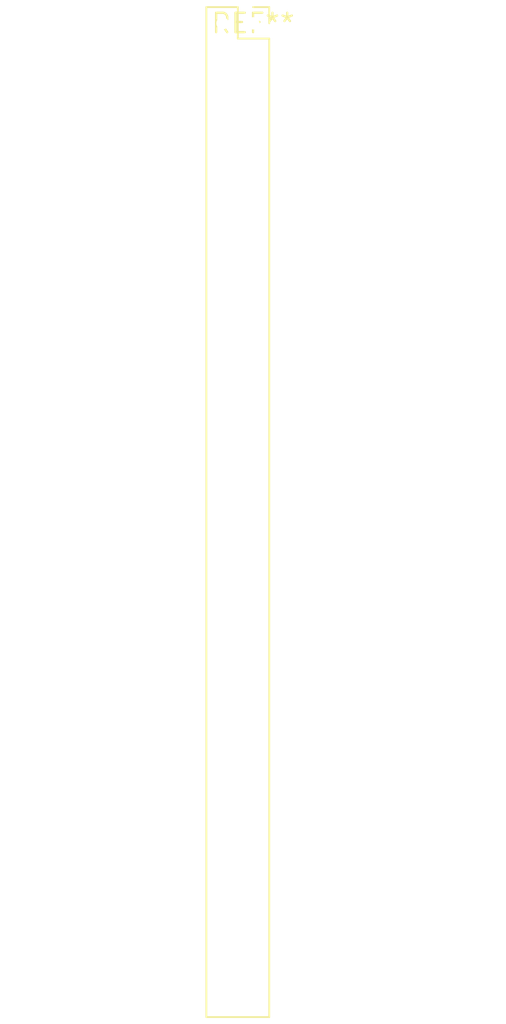
<source format=kicad_pcb>
(kicad_pcb (version 20240108) (generator pcbnew)
  (layers (0 "F.Cu" signal) (31 "B.Cu" signal) (34 "B.Paste" user) (35 "F.Paste" user) (36 "B.SilkS" user "B.Silkscreen") (37 "F.SilkS" user "F.Silkscreen") (38 "B.Mask" user) (39 "F.Mask" user) (44 "Edge.Cuts" user))
  (net 0 "")
  (footprint "PinSocket_2x33_P2.00mm_Vertical" (layer "F.Cu") (at 0 0)
    (property "Reference" "REF**")
    (property "Value" "PinSocket_2x33_P2.00mm_Vertical")
    (fp_line (start -3.06 -1.06) (end -3.06 65.06) (layer "F.SilkS") (stroke (width 0.12)))
    (fp_line (start -3.06 -1.06) (end -1 -1.06) (layer "F.SilkS") (stroke (width 0.12)))
    (fp_line (start -3.06 65.06) (end 1.06 65.06) (layer "F.SilkS") (stroke (width 0.12)))
    (fp_line (start -1 -1.06) (end -1 1) (layer "F.SilkS") (stroke (width 0.12)))
    (fp_line (start -1 1) (end 1.06 1) (layer "F.SilkS") (stroke (width 0.12)))
    (fp_line (start 0 -1.06) (end 1.06 -1.06) (layer "F.SilkS") (stroke (width 0.12)))
    (fp_line (start 1.06 -1.06) (end 1.06 0) (layer "F.SilkS") (stroke (width 0.12)))
    (fp_line (start 1.06 1) (end 1.06 65.06) (layer "F.SilkS") (stroke (width 0.12)))
    (pad "1" thru_hole rect (at 0 0) (size 1.35 1.35) (drill 0.8) (layers *.Cu *.Mask) (remove_unused_layers))
    (pad "2" thru_hole oval (at -2 0) (size 1.35 1.35) (drill 0.8) (layers *.Cu *.Mask) (remove_unused_layers))
    (pad "3" thru_hole oval (at 0 2) (size 1.35 1.35) (drill 0.8) (layers *.Cu *.Mask) (remove_unused_layers))
    (pad "4" thru_hole oval (at -2 2) (size 1.35 1.35) (drill 0.8) (layers *.Cu *.Mask) (remove_unused_layers))
    (pad "5" thru_hole oval (at 0 4) (size 1.35 1.35) (drill 0.8) (layers *.Cu *.Mask) (remove_unused_layers))
    (pad "6" thru_hole oval (at -2 4) (size 1.35 1.35) (drill 0.8) (layers *.Cu *.Mask) (remove_unused_layers))
    (pad "7" thru_hole oval (at 0 6) (size 1.35 1.35) (drill 0.8) (layers *.Cu *.Mask) (remove_unused_layers))
    (pad "8" thru_hole oval (at -2 6) (size 1.35 1.35) (drill 0.8) (layers *.Cu *.Mask) (remove_unused_layers))
    (pad "9" thru_hole oval (at 0 8) (size 1.35 1.35) (drill 0.8) (layers *.Cu *.Mask) (remove_unused_layers))
    (pad "10" thru_hole oval (at -2 8) (size 1.35 1.35) (drill 0.8) (layers *.Cu *.Mask) (remove_unused_layers))
    (pad "11" thru_hole oval (at 0 10) (size 1.35 1.35) (drill 0.8) (layers *.Cu *.Mask) (remove_unused_layers))
    (pad "12" thru_hole oval (at -2 10) (size 1.35 1.35) (drill 0.8) (layers *.Cu *.Mask) (remove_unused_layers))
    (pad "13" thru_hole oval (at 0 12) (size 1.35 1.35) (drill 0.8) (layers *.Cu *.Mask) (remove_unused_layers))
    (pad "14" thru_hole oval (at -2 12) (size 1.35 1.35) (drill 0.8) (layers *.Cu *.Mask) (remove_unused_layers))
    (pad "15" thru_hole oval (at 0 14) (size 1.35 1.35) (drill 0.8) (layers *.Cu *.Mask) (remove_unused_layers))
    (pad "16" thru_hole oval (at -2 14) (size 1.35 1.35) (drill 0.8) (layers *.Cu *.Mask) (remove_unused_layers))
    (pad "17" thru_hole oval (at 0 16) (size 1.35 1.35) (drill 0.8) (layers *.Cu *.Mask) (remove_unused_layers))
    (pad "18" thru_hole oval (at -2 16) (size 1.35 1.35) (drill 0.8) (layers *.Cu *.Mask) (remove_unused_layers))
    (pad "19" thru_hole oval (at 0 18) (size 1.35 1.35) (drill 0.8) (layers *.Cu *.Mask) (remove_unused_layers))
    (pad "20" thru_hole oval (at -2 18) (size 1.35 1.35) (drill 0.8) (layers *.Cu *.Mask) (remove_unused_layers))
    (pad "21" thru_hole oval (at 0 20) (size 1.35 1.35) (drill 0.8) (layers *.Cu *.Mask) (remove_unused_layers))
    (pad "22" thru_hole oval (at -2 20) (size 1.35 1.35) (drill 0.8) (layers *.Cu *.Mask) (remove_unused_layers))
    (pad "23" thru_hole oval (at 0 22) (size 1.35 1.35) (drill 0.8) (layers *.Cu *.Mask) (remove_unused_layers))
    (pad "24" thru_hole oval (at -2 22) (size 1.35 1.35) (drill 0.8) (layers *.Cu *.Mask) (remove_unused_layers))
    (pad "25" thru_hole oval (at 0 24) (size 1.35 1.35) (drill 0.8) (layers *.Cu *.Mask) (remove_unused_layers))
    (pad "26" thru_hole oval (at -2 24) (size 1.35 1.35) (drill 0.8) (layers *.Cu *.Mask) (remove_unused_layers))
    (pad "27" thru_hole oval (at 0 26) (size 1.35 1.35) (drill 0.8) (layers *.Cu *.Mask) (remove_unused_layers))
    (pad "28" thru_hole oval (at -2 26) (size 1.35 1.35) (drill 0.8) (layers *.Cu *.Mask) (remove_unused_layers))
    (pad "29" thru_hole oval (at 0 28) (size 1.35 1.35) (drill 0.8) (layers *.Cu *.Mask) (remove_unused_layers))
    (pad "30" thru_hole oval (at -2 28) (size 1.35 1.35) (drill 0.8) (layers *.Cu *.Mask) (remove_unused_layers))
    (pad "31" thru_hole oval (at 0 30) (size 1.35 1.35) (drill 0.8) (layers *.Cu *.Mask) (remove_unused_layers))
    (pad "32" thru_hole oval (at -2 30) (size 1.35 1.35) (drill 0.8) (layers *.Cu *.Mask) (remove_unused_layers))
    (pad "33" thru_hole oval (at 0 32) (size 1.35 1.35) (drill 0.8) (layers *.Cu *.Mask) (remove_unused_layers))
    (pad "34" thru_hole oval (at -2 32) (size 1.35 1.35) (drill 0.8) (layers *.Cu *.Mask) (remove_unused_layers))
    (pad "35" thru_hole oval (at 0 34) (size 1.35 1.35) (drill 0.8) (layers *.Cu *.Mask) (remove_unused_layers))
    (pad "36" thru_hole oval (at -2 34) (size 1.35 1.35) (drill 0.8) (layers *.Cu *.Mask) (remove_unused_layers))
    (pad "37" thru_hole oval (at 0 36) (size 1.35 1.35) (drill 0.8) (layers *.Cu *.Mask) (remove_unused_layers))
    (pad "38" thru_hole oval (at -2 36) (size 1.35 1.35) (drill 0.8) (layers *.Cu *.Mask) (remove_unused_layers))
    (pad "39" thru_hole oval (at 0 38) (size 1.35 1.35) (drill 0.8) (layers *.Cu *.Mask) (remove_unused_layers))
    (pad "40" thru_hole oval (at -2 38) (size 1.35 1.35) (drill 0.8) (layers *.Cu *.Mask) (remove_unused_layers))
    (pad "41" thru_hole oval (at 0 40) (size 1.35 1.35) (drill 0.8) (layers *.Cu *.Mask) (remove_unused_layers))
    (pad "42" thru_hole oval (at -2 40) (size 1.35 1.35) (drill 0.8) (layers *.Cu *.Mask) (remove_unused_layers))
    (pad "43" thru_hole oval (at 0 42) (size 1.35 1.35) (drill 0.8) (layers *.Cu *.Mask) (remove_unused_layers))
    (pad "44" thru_hole oval (at -2 42) (size 1.35 1.35) (drill 0.8) (layers *.Cu *.Mask) (remove_unused_layers))
    (pad "45" thru_hole oval (at 0 44) (size 1.35 1.35) (drill 0.8) (layers *.Cu *.Mask) (remove_unused_layers))
    (pad "46" thru_hole oval (at -2 44) (size 1.35 1.35) (drill 0.8) (layers *.Cu *.Mask) (remove_unused_layers))
    (pad "47" thru_hole oval (at 0 46) (size 1.35 1.35) (drill 0.8) (layers *.Cu *.Mask) (remove_unused_layers))
    (pad "48" thru_hole oval (at -2 46) (size 1.35 1.35) (drill 0.8) (layers *.Cu *.Mask) (remove_unused_layers))
    (pad "49" thru_hole oval (at 0 48) (size 1.35 1.35) (drill 0.8) (layers *.Cu *.Mask) (remove_unused_layers))
    (pad "50" thru_hole oval (at -2 48) (size 1.35 1.35) (drill 0.8) (layers *.Cu *.Mask) (remove_unused_layers))
    (pad "51" thru_hole oval (at 0 50) (size 1.35 1.35) (drill 0.8) (layers *.Cu *.Mask) (remove_unused_layers))
    (pad "52" thru_hole oval (at -2 50) (size 1.35 1.35) (drill 0.8) (layers *.Cu *.Mask) (remove_unused_layers))
    (pad "53" thru_hole oval (at 0 52) (size 1.35 1.35) (drill 0.8) (layers *.Cu *.Mask) (remove_unused_layers))
    (pad "54" thru_hole oval (at -2 52) (size 1.35 1.35) (drill 0.8) (layers *.Cu *.Mask) (remove_unused_layers))
    (pad "55" thru_hole oval (at 0 54) (size 1.35 1.35) (drill 0.8) (layers *.Cu *.Mask) (remove_unused_layers))
    (pad "56" thru_hole oval (at -2 54) (size 1.35 1.35) (drill 0.8) (layers *.Cu *.Mask) (remove_unused_layers))
    (pad "57" thru_hole oval (at 0 56) (size 1.35 1.35) (drill 0.8) (layers *.Cu *.Mask) (remove_unused_layers))
    (pad "58" thru_hole oval (at -2 56) (size 1.35 1.35) (drill 0.8) (layers *.Cu *.Mask) (remove_unused_layers))
    (pad "59" thru_hole oval (at 0 58) (size 1.35 1.35) (drill 0.8) (layers *.Cu *.Mask) (remove_unused_layers))
    (pad "60" thru_hole oval (at -2 58) (size 1.35 1.35) (drill 0.8) (layers *.Cu *.Mask) (remove_unused_layers))
    (pad "61" thru_hole oval (at 0 60) (size 1.35 1.35) (drill 0.8) (layers *.Cu *.Mask) (remove_unused_layers))
    (pad "62" thru_hole oval (at -2 60) (size 1.35 1.35) (drill 0.8) (layers *.Cu *.Mask) (remove_unused_layers))
    (pad "63" thru_hole oval (at 0 62) (size 1.35 1.35) (drill 0.8) (layers *.Cu *.Mask) (remove_unused_layers))
    (pad "64" thru_hole oval (at -2 62) (size 1.35 1.35) (drill 0.8) (layers *.Cu *.Mask) (remove_unused_layers))
    (pad "65" thru_hole oval (at 0 64) (size 1.35 1.35) (drill 0.8) (layers *.Cu *.Mask) (remove_unused_layers))
    (pad "66" thru_hole oval (at -2 64) (size 1.35 1.35) (drill 0.8) (layers *.Cu *.Mask) (remove_unused_layers))
  )
)
</source>
